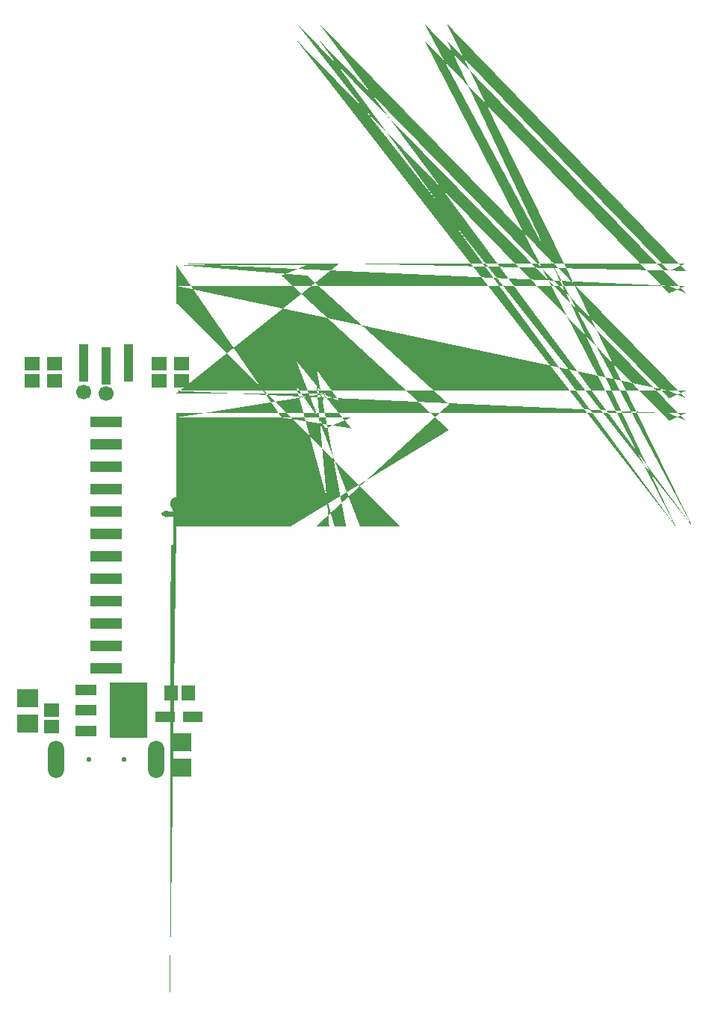
<source format=gbr>
G04 DipTrace 3.3.1.1*
G04 BottomMask.gbr*
%MOMM*%
G04 #@! TF.FileFunction,Soldermask,Bot*
G04 #@! TF.Part,Single*
%AMOUTLINE1*
4,1,4,
1.1,-3.1,
1.1,3.1,
-3.1,3.1,
-3.1,-3.1,
1.1,-3.1,
0*%
%AMOUTLINE4*
4,1,182,
-0.0536,3.3014,
-0.18774,3.2787,
-0.31343,3.23157,
-0.42656,3.16308,
-0.52477,3.07557,
-0.60557,2.97151,
-0.66641,2.85331,
-0.70481,2.72368,
-0.71802,2.58691,
-0.71153,2.48916,
-0.69268,2.39652,
-0.66242,2.30875,
-0.62006,2.22368,
-0.51178,2.08193,
-0.4172,2.00753,
-0.4172,1.88254,
-0.40264,1.78676,
-0.35812,1.71386,
-0.30492,1.67732,
-0.3505,1.69134,
-0.3505,1.70209,
-0.8386,1.67953,
-0.8386,1.65868,
-0.99611,1.81536,
-1.12086,1.69017,
-1.24659,1.81524,
-1.4033,1.65852,
-1.4033,1.65043,
-1.49647,1.6445,
-1.60147,1.59554,
-1.64905,1.50077,
-1.65567,1.42866,
-1.6517,1.37925,
-1.55314,1.19634,
-1.4033,1.18911,
-1.4033,1.18838,
-1.24659,1.03166,
-1.12086,1.15673,
-0.99611,1.03154,
-0.8386,1.18822,
-0.8386,1.1542,
-0.3505,1.08405,
-0.3505,-1.95591,
-0.35525,-1.97463,
-0.37427,-2.00489,
-0.4129,-2.04323,
-0.46872,-2.07921,
-0.54001,-2.10586,
-0.62646,-2.11735,
-0.7292,-2.10733,
-0.85114,-2.06756,
-1.13716,-1.92166,
-1.40082,-1.75747,
-1.54704,-1.64808,
-1.4326,-1.59824,
-1.42152,-1.45976,
-1.48737,-1.38861,
-1.57973,-1.34657,
-1.72331,-1.28708,
-1.91279,-1.17955,
-2.09853,-1.0334,
-2.24824,-0.88548,
-2.33169,-0.77218,
-2.359,-0.72671,
-2.41618,-0.67612,
-2.51005,-0.67207,
-2.57363,-0.73217,
-2.59975,-0.82461,
-2.59525,-0.90747,
-2.57622,-1.05623,
-2.52868,-1.33268,
-2.48457,-1.50546,
-2.4227,-1.68918,
-2.33913,-1.8779,
-2.2271,-2.06881,
-2.16479,-2.13326,
-2.07743,-2.17271,
-1.97189,-2.14843,
-1.93124,-2.08419,
-1.81793,-2.1691,
-1.55551,-2.33264,
-1.22822,-2.51706,
-0.90179,-2.67826,
-0.62791,-2.81819,
-0.41652,-2.95547,
-0.27029,-3.07253,
-0.19675,-3.14791,
-0.1672,-3.19114,
-0.13738,-3.23734,
-0.08344,-3.28653,
0.00015,-3.30343,
0.0836,-3.28647,
0.13726,-3.23732,
0.16711,-3.19128,
0.19682,-3.14793,
0.27032,-3.0725,
0.41643,-2.95546,
0.62789,-2.8182,
0.90198,-2.67826,
1.22832,-2.51705,
1.55561,-2.33264,
1.81805,-2.16909,
1.93132,-2.08415,
1.97202,-2.14847,
2.07766,-2.1727,
2.16505,-2.13324,
2.22726,-2.06873,
2.33905,-1.87786,
2.42261,-1.68916,
2.48437,-1.50544,
2.52847,-1.33271,
2.57621,-1.0563,
2.59536,-0.90743,
2.59974,-0.82444,
2.57346,-0.7321,
2.50995,-0.67207,
2.41622,-0.67612,
2.35887,-0.7266,
2.33149,-0.77218,
2.24803,-0.88549,
2.09841,-1.03342,
1.91277,-1.17956,
1.7234,-1.28709,
1.57983,-1.34657,
1.48758,-1.38857,
1.42163,-1.4595,
1.43232,-1.59819,
1.54702,-1.64809,
1.40082,-1.75747,
1.13717,-1.92166,
0.85105,-2.06756,
0.72909,-2.10734,
0.62645,-2.11735,
0.54001,-2.10586,
0.46872,-2.07921,
0.4129,-2.04323,
0.37427,-2.00489,
0.35531,-1.97472,
0.3506,-1.95601,
0.3506,1.0821,
0.8751,1.15602,
0.8751,1.18828,
1.03245,1.03148,
1.1573,1.15677,
1.28248,1.0316,
1.4397,1.18828,
1.4397,1.19078,
1.54202,1.1959,
1.62922,1.307,
1.65235,1.39044,
1.6556,1.42852,
1.64881,1.50078,
1.60145,1.5955,
1.49645,1.64446,
1.4397,1.64817,
1.4397,1.65862,
1.28248,1.8153,
1.1573,1.69013,
1.03245,1.81542,
0.8751,1.65862,
0.8751,1.67783,
0.3506,1.70208,
0.3506,1.69134,
0.30512,1.67735,
0.35809,1.7139,
0.40272,1.78666,
0.4173,1.88254,
0.4173,2.00768,
0.51168,2.08205,
0.62007,2.22378,
0.66233,2.30878,
0.69258,2.39652,
0.71143,2.48916,
0.71792,2.58691,
0.70471,2.72368,
0.66631,2.85331,
0.60547,2.97151,
0.52467,3.07557,
0.42646,3.16308,
0.31331,3.23157,
0.18752,3.2787,
0.0533,3.3014,
-0.0536,3.3014,
0*%
%ADD36C,0.55*%
%ADD39R,2.2X1.2*%
%ADD41O,1.85X4.2*%
%ADD51R,1.1X4.2*%
%ADD57R,3.65X1.2*%
%ADD59R,2.35X1.15*%
%ADD61R,1.5X1.7*%
%ADD63C,1.7*%
%ADD67R,1.7X1.5*%
%ADD69R,2.45X2.0*%
%ADD76OUTLINE1*%
%ADD79OUTLINE4*%
%FSLAX35Y35*%
G04*
G71*
G90*
G75*
G01*
G04 BotMask*
%LPD*%
D69*
X2966480Y1483663D3*
Y1193663D3*
X1235017Y1982207D3*
Y1692207D3*
D67*
X1505827Y1658307D3*
Y1848307D3*
X2982357Y5772993D3*
Y5582993D3*
X2728330Y5772993D3*
Y5582993D3*
X1537580Y5772993D3*
Y5582993D3*
X1283553Y5772993D3*
Y5582993D3*
D63*
X2125017Y5436953D3*
X1870990Y5452830D3*
D61*
X2861560Y2040747D3*
X3051560D3*
D59*
X1894977Y1614417D3*
Y1844417D3*
Y2074417D3*
D76*
X2474977Y1844417D3*
D57*
X2125017Y5119420D3*
Y3341233D3*
Y2579233D3*
Y2325130D3*
Y3087233D3*
Y2833233D3*
Y4865420D3*
Y4103420D3*
Y3849420D3*
Y3595420D3*
Y4611420D3*
Y4357420D3*
D51*
Y5754487D3*
X2380017Y5786207D3*
X1870017D3*
D36*
X1928003Y1288273D3*
X2328157Y1288257D3*
D79*
X2918850Y3928670D3*
D41*
X1554303Y1287171D3*
X2694303D3*
D39*
X3108827Y1771477D3*
X2791293D3*
M02*

</source>
